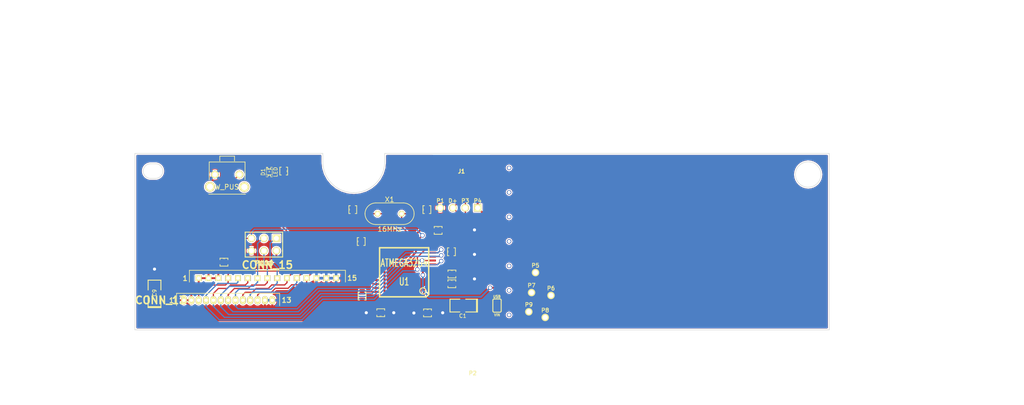
<source format=kicad_pcb>
(kicad_pcb (version 3) (host pcbnew "(2013-mar-13)-testing")
  (layers (15 F.Cu signal) (0 B.Cu signal) (20 B.SilkS user) (21 F.SilkS user) (22 B.Mask user) (23 F.Mask user) (28 Edge.Cuts user))
  (net 0 "")
  (net 1 +5V)
  (net 2 /AREF)
  (net 3 /D+)
  (net 4 /D-)
  (net 5 /PB0)
  (net 6 /PB1)
  (net 7 /PB2)
  (net 8 /PB3)
  (net 9 /PB4)
  (net 10 /PB5)
  (net 11 /PB6)
  (net 12 /PB7)
  (net 13 /PC6)
  (net 14 /PC7)
  (net 15 /PD0)
  (net 16 /PD1)
  (net 17 /PD2)
  (net 18 /PD3)
  (net 19 /PD4)
  (net 20 /PD5)
  (net 21 /PD6)
  (net 22 /PD7)
  (net 23 /PE6)
  (net 24 /PF0)
  (net 25 /PF1)
  (net 26 /PF4)
  (net 27 /PF5)
  (net 28 /PF6)
  (net 29 /PF7)
  (net 30 /VIN)
  (net 31 /~RESET)
  (net 32 GND)
  (net 33 N-0000024)
  (net 34 N-0000025)
  (net 35 N-0000038)
  (net 36 N-0000039)
  (net 37 N-000004)
  (net 38 N-000005)
  (net 39 N-000006)
  (module R_1608 (layer F.Cu) (at 176.086 128.397)
    (fp_text reference R1 (at 0 -0.7) (layer F.SilkS) (effects (font (size 0.20066 0.20066) (thickness 0.04064))))
    (fp_text value 22 hide)
    (pad 2 smd rect (at 0.85 0) (size 1.1 1.1) (layers F.Cu F.Mask) (net 4 /D-) (clearance 0.15))
    (pad 1 smd rect (at -0.85 0) (size 1.1 1.1) (layers F.Cu F.Mask) (net 38 N-000005) (clearance 0.15))
  )
  (module TQFP44 (layer F.Cu) (at 166.37 126.048 180)
    (fp_text reference U1 (at 0 -1.905 180) (layer F.SilkS) (effects (font (size 1.524 1.016) (thickness 0.2032))))
    (fp_text value ATMEGA32U4 (at 0 1.905 180) (layer F.SilkS) (effects (font (size 1.524 1.016) (thickness 0.2032))))
    (pad 39 smd rect (at 0 -5.715 180) (size 0.4064 1.524) (layers F.Cu F.Mask) (net 26 /PF4))
    (pad 40 smd rect (at -0.8001 -5.715 180) (size 0.4064 1.524) (layers F.Cu F.Mask) (net 25 /PF1))
    (pad 41 smd rect (at -1.6002 -5.715 180) (size 0.4064 1.524) (layers F.Cu F.Mask) (net 24 /PF0))
    (pad 42 smd rect (at -2.4003 -5.715 180) (size 0.4064 1.524) (layers F.Cu F.Mask) (net 2 /AREF))
    (pad 43 smd rect (at -3.2004 -5.715 180) (size 0.4064 1.524) (layers F.Cu F.Mask) (net 32 GND))
    (pad 44 smd rect (at -4.0005 -5.715 180) (size 0.4064 1.524) (layers F.Cu F.Mask) (net 1 +5V))
    (pad 38 smd rect (at 0.8001 -5.715 180) (size 0.4064 1.524) (layers F.Cu F.Mask) (net 27 /PF5))
    (pad 37 smd rect (at 1.6002 -5.715 180) (size 0.4064 1.524) (layers F.Cu F.Mask) (net 28 /PF6))
    (pad 36 smd rect (at 2.4003 -5.715 180) (size 0.4064 1.524) (layers F.Cu F.Mask) (net 29 /PF7))
    (pad 35 smd rect (at 3.2004 -5.715 180) (size 0.4064 1.524) (layers F.Cu F.Mask) (net 32 GND))
    (pad 34 smd rect (at 4.0005 -5.715 180) (size 0.4064 1.524) (layers F.Cu F.Mask) (net 1 +5V))
    (pad 17 smd rect (at 0 5.715 180) (size 0.4064 1.524) (layers F.Cu F.Mask) (net 35 N-0000038))
    (pad 16 smd rect (at -0.8001 5.715 180) (size 0.4064 1.524) (layers F.Cu F.Mask) (net 36 N-0000039))
    (pad 15 smd rect (at -1.6002 5.715 180) (size 0.4064 1.524) (layers F.Cu F.Mask) (net 32 GND))
    (pad 14 smd rect (at -2.4003 5.715 180) (size 0.4064 1.524) (layers F.Cu F.Mask) (net 1 +5V))
    (pad 13 smd rect (at -3.2004 5.715 180) (size 0.4064 1.524) (layers F.Cu F.Mask) (net 31 /~RESET))
    (pad 12 smd rect (at -4.0005 5.715 180) (size 0.4064 1.524) (layers F.Cu F.Mask) (net 12 /PB7))
    (pad 18 smd rect (at 0.8001 5.715 180) (size 0.4064 1.524) (layers F.Cu F.Mask) (net 15 /PD0))
    (pad 19 smd rect (at 1.6002 5.715 180) (size 0.4064 1.524) (layers F.Cu F.Mask) (net 16 /PD1))
    (pad 20 smd rect (at 2.4003 5.715 180) (size 0.4064 1.524) (layers F.Cu F.Mask) (net 17 /PD2))
    (pad 21 smd rect (at 3.2004 5.715 180) (size 0.4064 1.524) (layers F.Cu F.Mask) (net 18 /PD3))
    (pad 22 smd rect (at 4.0005 5.715 180) (size 0.4064 1.524) (layers F.Cu F.Mask) (net 20 /PD5))
    (pad 6 smd rect (at -5.715 0 180) (size 1.524 0.4064) (layers F.Cu F.Mask) (net 33 N-0000024))
    (pad 28 smd rect (at 5.715 0 180) (size 1.524 0.4064) (layers F.Cu F.Mask) (net 9 /PB4))
    (pad 7 smd rect (at -5.715 0.8001 180) (size 1.524 0.4064) (layers F.Cu F.Mask) (net 1 +5V))
    (pad 27 smd rect (at 5.715 0.8001 180) (size 1.524 0.4064) (layers F.Cu F.Mask) (net 22 /PD7))
    (pad 26 smd rect (at 5.715 1.6002 180) (size 1.524 0.4064) (layers F.Cu F.Mask) (net 21 /PD6))
    (pad 8 smd rect (at -5.715 1.6002 180) (size 1.524 0.4064) (layers F.Cu F.Mask) (net 5 /PB0))
    (pad 9 smd rect (at -5.715 2.4003 180) (size 1.524 0.4064) (layers F.Cu F.Mask) (net 6 /PB1))
    (pad 25 smd rect (at 5.715 2.4003 180) (size 1.524 0.4064) (layers F.Cu F.Mask) (net 19 /PD4))
    (pad 24 smd rect (at 5.715 3.2004 180) (size 1.524 0.4064) (layers F.Cu F.Mask) (net 1 +5V))
    (pad 10 smd rect (at -5.715 3.2004 180) (size 1.524 0.4064) (layers F.Cu F.Mask) (net 7 /PB2))
    (pad 11 smd rect (at -5.715 4.0005 180) (size 1.524 0.4064) (layers F.Cu F.Mask) (net 8 /PB3))
    (pad 23 smd rect (at 5.715 4.0005 180) (size 1.524 0.4064) (layers F.Cu F.Mask) (net 32 GND))
    (pad 29 smd rect (at 5.715 -0.8001 180) (size 1.524 0.4064) (layers F.Cu F.Mask) (net 10 /PB5))
    (pad 5 smd rect (at -5.715 -0.8001 180) (size 1.524 0.4064) (layers F.Cu F.Mask) (net 32 GND))
    (pad 4 smd rect (at -5.715 -1.6002 180) (size 1.524 0.4064) (layers F.Cu F.Mask) (net 37 N-000004))
    (pad 30 smd rect (at 5.715 -1.6002 180) (size 1.524 0.4064) (layers F.Cu F.Mask) (net 11 /PB6))
    (pad 31 smd rect (at 5.715 -2.4003 180) (size 1.524 0.4064) (layers F.Cu F.Mask) (net 13 /PC6))
    (pad 3 smd rect (at -5.715 -2.4003 180) (size 1.524 0.4064) (layers F.Cu F.Mask) (net 38 N-000005))
    (pad 2 smd rect (at -5.715 -3.2004 180) (size 1.524 0.4064) (layers F.Cu F.Mask) (net 1 +5V))
    (pad 32 smd rect (at 5.715 -3.2004 180) (size 1.524 0.4064) (layers F.Cu F.Mask) (net 14 /PC7))
    (pad 33 smd rect (at 5.715 -4.0005 180) (size 1.524 0.4064) (layers F.Cu F.Mask) (net 39 N-000006))
    (pad 1 smd rect (at -5.715 -4.0005 180) (size 1.524 0.4064) (layers F.Cu F.Mask) (net 23 /PE6))
  )
  (module LED-0805 (layer F.Cu) (at 138.9 105.6 90)
    (fp_text reference D1 (at 0 -1.27 90) (layer F.SilkS) (effects (font (size 0.762 0.762) (thickness 0.127))))
    (fp_text value LED (at 0 1.27 90) (layer F.SilkS) (effects (font (size 0.762 0.762) (thickness 0.127))))
    (pad 1 smd rect (at -1.04902 0 90) (size 1.19888 1.19888) (layers F.Cu F.Mask) (net 21 /PD6))
    (pad 2 smd rect (at 1.04902 0 90) (size 1.19888 1.19888) (layers F.Cu F.Mask) (net 34 N-0000025))
  )
  (module SW_TACT_TH_HORIZ_LOW (layer F.Cu) (at 130.3 106.1 180)
    (fp_text reference SW1 hide)
    (fp_text value SW_PUSH (at 0 -2.55 180) (layer F.SilkS))
    (pad 1 thru_hole circle (at 2.5 0 180) (size 1.6 1.6) (drill 1) (layers *.Cu *.Mask F.SilkS) (net 32 GND))
    (pad 2 thru_hole circle (at -2.5 0 180) (size 1.6 1.6) (drill 1) (layers *.Cu *.Mask F.SilkS) (net 31 /~RESET))
    (pad 3 thru_hole circle (at 3.5 -2.5 180) (size 2 2) (drill 1.3) (layers *.Cu *.Mask F.SilkS))
    (pad 4 thru_hole circle (at -3.5 -2.55 180) (size 2 2) (drill 1.3) (layers *.Cu *.Mask F.SilkS))
  )
  (module HHKB_PRO2_ZH13_TH (layer F.Cu) (at 130.5 131.75 180)
    (fp_text reference CN2 hide)
    (fp_text value CONN_13 (at 13.75 0 180) (layer F.SilkS) (effects (font (thickness 0.3048))))
    (pad 1 thru_hole oval (at 9 0 180) (size 1.2 1.7) (drill 0.7) (layers *.Cu *.Mask F.SilkS) (net 1 +5V))
    (pad 2 thru_hole oval (at 7.5 0 180) (size 1.2 1.7) (drill 0.7) (layers *.Cu *.Mask F.SilkS) (net 1 +5V))
    (pad 3 thru_hole oval (at 6 0 180) (size 1.2 1.7) (drill 0.7) (layers *.Cu *.Mask F.SilkS) (net 22 /PD7))
    (pad 4 thru_hole oval (at 4.5 0 180) (size 1.2 1.7) (drill 0.7) (layers *.Cu *.Mask F.SilkS) (net 12 /PB7))
    (pad 5 thru_hole oval (at 3 0 180) (size 1.2 1.7) (drill 0.7) (layers *.Cu *.Mask F.SilkS) (net 5 /PB0))
    (pad 6 thru_hole oval (at 1.5 0 180) (size 1.2 1.7) (drill 0.7) (layers *.Cu *.Mask F.SilkS) (net 6 /PB1))
    (pad 7 thru_hole oval (at 0 0 180) (size 1.2 1.7) (drill 0.7) (layers *.Cu *.Mask F.SilkS) (net 7 /PB2))
    (pad 8 thru_hole oval (at -1.5 0 180) (size 1.2 1.7) (drill 0.7) (layers *.Cu *.Mask F.SilkS) (net 8 /PB3))
    (pad 9 thru_hole oval (at -3 0 180) (size 1.2 1.7) (drill 0.7) (layers *.Cu *.Mask F.SilkS) (net 9 /PB4))
    (pad 10 thru_hole oval (at -4.5 0 180) (size 1.2 1.7) (drill 0.7) (layers *.Cu *.Mask F.SilkS) (net 10 /PB5))
    (pad 11 thru_hole oval (at -6 0 180) (size 1.2 1.7) (drill 0.7) (layers *.Cu *.Mask F.SilkS) (net 11 /PB6))
    (pad 12 thru_hole oval (at -7.5 0 180) (size 1.2 1.7) (drill 0.7) (layers *.Cu *.Mask F.SilkS) (net 32 GND))
    (pad 13 thru_hole oval (at -9 0 180) (size 1.2 1.7) (drill 0.7) (layers *.Cu *.Mask F.SilkS) (net 32 GND))
  )
  (module HHKB_PRO_PH15 (layer F.Cu) (at 138.5 127.25)
    (fp_text reference CN1 hide)
    (fp_text value CONN_15 (at 0 -2.7) (layer F.SilkS) (effects (font (thickness 0.3048))))
    (pad 1 thru_hole rect (at -14 0 180) (size 1.2 1.2) (drill 0.70104) (layers *.Cu *.Mask F.SilkS) (net 1 +5V))
    (pad 2 thru_hole rect (at -12 0 180) (size 1.2 1.2) (drill 0.70104) (layers *.Cu *.Mask F.SilkS) (net 1 +5V))
    (pad 3 thru_hole rect (at -10 0 180) (size 1.2 1.2) (drill 0.70104) (layers *.Cu *.Mask F.SilkS) (net 1 +5V))
    (pad 4 thru_hole rect (at -8 0 180) (size 1.2 1.2) (drill 0.70104) (layers *.Cu *.Mask F.SilkS) (net 22 /PD7))
    (pad 5 thru_hole rect (at -6 0 180) (size 1.2 1.2) (drill 0.70104) (layers *.Cu *.Mask F.SilkS) (net 12 /PB7))
    (pad 6 thru_hole rect (at -4 0 180) (size 1.2 1.2) (drill 0.70104) (layers *.Cu *.Mask F.SilkS) (net 5 /PB0))
    (pad 7 thru_hole rect (at -2 0 180) (size 1.2 1.2) (drill 0.70104) (layers *.Cu *.Mask F.SilkS) (net 6 /PB1))
    (pad 8 thru_hole rect (at 0 0 180) (size 1.2 1.2) (drill 0.70104) (layers *.Cu *.Mask F.SilkS) (net 7 /PB2))
    (pad 9 thru_hole rect (at 2 0 180) (size 1.2 1.2) (drill 0.70104) (layers *.Cu *.Mask F.SilkS) (net 8 /PB3))
    (pad 10 thru_hole rect (at 4 0 180) (size 1.2 1.2) (drill 0.70104) (layers *.Cu *.Mask F.SilkS) (net 9 /PB4))
    (pad 11 thru_hole rect (at 6 0 180) (size 1.2 1.2) (drill 0.70104) (layers *.Cu *.Mask F.SilkS) (net 10 /PB5))
    (pad 12 thru_hole rect (at 8 0 180) (size 1.2 1.2) (drill 0.70104) (layers *.Cu *.Mask F.SilkS) (net 11 /PB6))
    (pad 13 thru_hole rect (at 10 0 180) (size 1.2 1.2) (drill 0.70104) (layers *.Cu *.Mask F.SilkS) (net 32 GND))
    (pad 14 thru_hole rect (at 12 0 180) (size 1.2 1.2) (drill 0.70104) (layers *.Cu *.Mask F.SilkS) (net 32 GND))
    (pad 15 thru_hole rect (at 14 0 180) (size 1.2 1.2) (drill 0.70104) (layers *.Cu *.Mask F.SilkS) (net 32 GND))
  )
  (module XTAL_HC_49_TH (layer F.Cu) (at 163.4 114.1)
    (fp_text reference X1 (at 0 -2.9) (layer F.SilkS))
    (fp_text value 16MHz (at 0 3.15) (layer F.SilkS))
    (pad 1 thru_hole circle (at 2.45 0 180) (size 1.2 1.2) (drill 0.7) (layers *.Cu *.Mask F.SilkS) (net 36 N-0000039))
    (pad 2 thru_hole circle (at -2.45 0 180) (size 1.2 1.2) (drill 0.7) (layers *.Cu *.Mask F.SilkS) (net 35 N-0000038))
  )
  (module PIN_1 (layer F.Cu) (at 176.292 112.903)
    (fp_text reference D+ (at 0 -1.45) (layer F.SilkS) (effects (font (size 0.8128 0.8128) (thickness 0.1524))))
    (fp_text value CONN_1 hide)
    (pad 1 thru_hole circle (at 0 0) (size 1.524 1.524) (drill 1.016) (layers *.Cu *.Mask F.SilkS) (net 3 /D+))
  )
  (module USB_miniB_hirose_new (layer F.Cu) (at 178.05 107.9 180)
    (fp_text reference J1 (at 0 2.45 180) (layer F.SilkS) (effects (font (size 0.8128 0.8128) (thickness 0.2032))))
    (fp_text value USB_B hide)
    (pad 1 smd rect (at -1.6 0 180) (size 0.5 1.8) (layers F.Cu F.Mask) (net 1 +5V))
    (pad 2 smd rect (at -0.8 0 180) (size 0.5 1.8) (layers F.Cu F.Mask) (net 4 /D-))
    (pad 3 smd rect (at 0 0 180) (size 0.5 1.8) (layers F.Cu F.Mask) (net 3 /D+))
    (pad 4 smd rect (at 0.8 0 180) (size 0.5 1.8) (layers F.Cu F.Mask))
    (pad 5 smd rect (at 1.6 0 180) (size 0.5 1.8) (layers F.Cu F.Mask) (net 32 GND))
    (pad 6 smd rect (at -4.2 2.4 180) (size 2.5 4.2) (layers F.Cu F.Mask))
    (pad 7 smd rect (at 4.2 2.4 180) (size 2.5 4.2) (layers F.Cu F.Mask))
  )
  (module SM_3216_POL (layer F.Cu) (at 115.5 130.25 90)
    (fp_text reference C9 (at 0 0 90) (layer F.SilkS) (effects (font (size 0.762 0.762) (thickness 0.127))))
    (fp_text value 10u hide)
    (pad 1 smd rect (at -1.5 0 90) (size 1.8 2) (layers F.Cu F.Mask) (net 1 +5V))
    (pad 2 smd rect (at 1.5 0 90) (size 1.8 2) (layers F.Cu F.Mask) (net 32 GND))
  )
  (module PIN_1 (layer F.Cu) (at 180.34 148.082)
    (fp_text reference P2 (at 0 -1.45) (layer F.SilkS) (effects (font (size 0.8128 0.8128) (thickness 0.1524))))
    (fp_text value CONN_1 hide)
  )
  (module PIN_1_SQUARE (layer F.Cu) (at 181.356 112.903)
    (fp_text reference P4 (at 0 -1.45) (layer F.SilkS) (effects (font (size 0.8128 0.8128) (thickness 0.1524))))
    (fp_text value CONN_1 hide)
    (pad 1 thru_hole rect (at 0 0) (size 1.524 1.524) (drill 1.016) (layers *.Cu *.Mask F.SilkS) (net 1 +5V))
  )
  (module pin_array_3x2 (layer F.Cu) (at 137.795 120.396 180)
    (fp_text reference P100 (at 0 -3.81 180) (layer F.SilkS) (effects (font (size 1.016 1.016) (thickness 0.2032))))
    (fp_text value CONN_3X2 hide)
    (pad 1 thru_hole rect (at -2.54 1.27 180) (size 1.524 1.524) (drill 1.016) (layers *.Cu *.Mask F.SilkS) (net 8 /PB3))
    (pad 2 thru_hole circle (at -2.54 -1.27 180) (size 1.524 1.524) (drill 1.016) (layers *.Cu *.Mask F.SilkS) (net 1 +5V))
    (pad 3 thru_hole circle (at 0 1.27 180) (size 1.524 1.524) (drill 1.016) (layers *.Cu *.Mask F.SilkS) (net 6 /PB1))
    (pad 4 thru_hole circle (at 0 -1.27 180) (size 1.524 1.524) (drill 1.016) (layers *.Cu *.Mask F.SilkS) (net 7 /PB2))
    (pad 5 thru_hole circle (at 2.54 1.27 180) (size 1.524 1.524) (drill 1.016) (layers *.Cu *.Mask F.SilkS) (net 31 /~RESET))
    (pad 6 thru_hole circle (at 2.54 -1.27 180) (size 1.524 1.524) (drill 1.016) (layers *.Cu *.Mask F.SilkS) (net 32 GND))
  )
  (module PIN_1 (layer F.Cu) (at 173.736 112.903)
    (fp_text reference P1 (at 0 -1.45) (layer F.SilkS) (effects (font (size 0.8128 0.8128) (thickness 0.1524))))
    (fp_text value CONN_1 hide)
    (pad 1 thru_hole circle (at 0 0) (size 1.524 1.524) (drill 1.016) (layers *.Cu *.Mask F.SilkS) (net 32 GND))
  )
  (module PIN_1 (layer F.Cu) (at 178.816 112.903)
    (fp_text reference P3 (at 0 -1.45) (layer F.SilkS) (effects (font (size 0.8128 0.8128) (thickness 0.1524))))
    (fp_text value CONN_1 hide)
    (pad 1 thru_hole circle (at 0 0) (size 1.524 1.524) (drill 1.016) (layers *.Cu *.Mask F.SilkS) (net 4 /D-))
  )
  (module SOLDER_JUMPER_3 (layer F.Cu) (at 185.293 132.842 270)
    (fp_text reference JP1 hide)
    (fp_text value JUMPER3 hide)
    (pad 2 smd rect (at 0 0 270) (size 0.6 1.2) (layers F.Cu F.Mask) (net 1 +5V) (clearance 0.1))
    (pad 3 smd rect (at 0.8 0 270) (size 0.6 1.2) (layers F.Cu F.Mask) (net 30 /VIN) (clearance 0.1))
    (pad 1 smd rect (at -0.8 0 270) (size 0.6 1.2) (layers F.Cu F.Mask) (net 1 +5V) (clearance 0.1))
  )
  (module SM_3216_POL (layer F.Cu) (at 178.308 132.842 180)
    (fp_text reference C1 (at 0 -2.1 180) (layer F.SilkS) (effects (font (size 0.762 0.762) (thickness 0.127))))
    (fp_text value 10u hide)
    (pad 1 smd rect (at -1.5 0 180) (size 1.8 2) (layers F.Cu F.Mask) (net 1 +5V))
    (pad 2 smd rect (at 1.5 0 180) (size 1.8 2) (layers F.Cu F.Mask) (net 32 GND))
  )
  (module R_1608 (layer F.Cu) (at 176.1 126.4)
    (fp_text reference R2 (at 0 -0.7) (layer F.SilkS) (effects (font (size 0.20066 0.20066) (thickness 0.04064))))
    (fp_text value 22 hide)
    (pad 2 smd rect (at 0.85 0) (size 1.1 1.1) (layers F.Cu F.Mask) (net 3 /D+) (clearance 0.2))
    (pad 1 smd rect (at -0.85 0) (size 1.1 1.1) (layers F.Cu F.Mask) (net 37 N-000004))
  )
  (module R_1608 (layer F.Cu) (at 157.8 130.9 90)
    (fp_text reference R4 (at 0 -0.7 90) (layer F.SilkS) (effects (font (size 0.20066 0.20066) (thickness 0.04064))))
    (fp_text value 1k hide)
    (pad 2 smd rect (at 0.85 0 90) (size 1.1 1.1) (layers F.Cu F.Mask) (net 39 N-000006))
    (pad 1 smd rect (at -0.85 0 90) (size 1.1 1.1) (layers F.Cu F.Mask) (net 32 GND))
  )
  (module R_1608 (layer F.Cu) (at 141.83 105.4 270)
    (fp_text reference R5 (at 0 -0.7 270) (layer F.SilkS) (effects (font (size 0.20066 0.20066) (thickness 0.04064))))
    (fp_text value 1K hide)
    (pad 2 smd rect (at 0.85 0 270) (size 1.1 1.1) (layers F.Cu F.Mask) (net 32 GND))
    (pad 1 smd rect (at -0.85 0 270) (size 1.1 1.1) (layers F.Cu F.Mask) (net 34 N-0000025))
  )
  (module R_1608 (layer F.Cu) (at 129.65 123.98)
    (fp_text reference R3 (at 0 -0.7) (layer F.SilkS) (effects (font (size 0.20066 0.20066) (thickness 0.04064))))
    (fp_text value 1K hide)
    (pad 2 smd rect (at 0.85 0) (size 1.1 1.1) (layers F.Cu F.Mask) (net 22 /PD7))
    (pad 1 smd rect (at -0.85 0) (size 1.1 1.1) (layers F.Cu F.Mask) (net 1 +5V))
  )
  (module C_1608 (layer F.Cu) (at 173.3 117.5)
    (fp_text reference C2 (at 0 -0.7) (layer F.SilkS) (effects (font (size 0.20066 0.20066) (thickness 0.04064))))
    (fp_text value 0.1u hide)
    (pad 2 smd rect (at 0.85 0) (size 1.1 1.1) (layers F.Cu F.Mask) (net 32 GND))
    (pad 1 smd rect (at -0.85 0) (size 1.1 1.1) (layers F.Cu F.Mask) (net 1 +5V))
  )
  (module C_1608 (layer F.Cu) (at 176 121.86 90)
    (fp_text reference C3 (at 0 -0.7 90) (layer F.SilkS) (effects (font (size 0.20066 0.20066) (thickness 0.04064))))
    (fp_text value 1u hide)
    (pad 2 smd rect (at 0.85 0 90) (size 1.1 1.1) (layers F.Cu F.Mask) (net 32 GND))
    (pad 1 smd rect (at -0.85 0 90) (size 1.1 1.1) (layers F.Cu F.Mask) (net 33 N-0000024))
  )
  (module C_1608 (layer F.Cu) (at 171 113.26 90)
    (fp_text reference C4 (at 0 -0.7 90) (layer F.SilkS) (effects (font (size 0.20066 0.20066) (thickness 0.04064))))
    (fp_text value 22p hide)
    (pad 2 smd rect (at 0.85 0 90) (size 1.1 1.1) (layers F.Cu F.Mask) (net 32 GND))
    (pad 1 smd rect (at -0.85 0 90) (size 1.1 1.1) (layers F.Cu F.Mask) (net 36 N-0000039))
  )
  (module C_1608 (layer F.Cu) (at 155.9 113.26 90)
    (fp_text reference C5 (at 0 -0.7 90) (layer F.SilkS) (effects (font (size 0.20066 0.20066) (thickness 0.04064))))
    (fp_text value 22p hide)
    (pad 2 smd rect (at 0.85 0 90) (size 1.1 1.1) (layers F.Cu F.Mask) (net 32 GND))
    (pad 1 smd rect (at -0.85 0 90) (size 1.1 1.1) (layers F.Cu F.Mask) (net 35 N-0000038))
  )
  (module C_1608 (layer F.Cu) (at 157.62 119.77 90)
    (fp_text reference C6 (at 0 -0.7 90) (layer F.SilkS) (effects (font (size 0.20066 0.20066) (thickness 0.04064))))
    (fp_text value 0.1u hide)
    (pad 2 smd rect (at 0.85 0 90) (size 1.1 1.1) (layers F.Cu F.Mask) (net 32 GND))
    (pad 1 smd rect (at -0.85 0 90) (size 1.1 1.1) (layers F.Cu F.Mask) (net 1 +5V))
  )
  (module C_1608 (layer F.Cu) (at 161.6 134.3 180)
    (fp_text reference C7 (at 0 -0.7 180) (layer F.SilkS) (effects (font (size 0.20066 0.20066) (thickness 0.04064))))
    (fp_text value 0.1u hide)
    (pad 2 smd rect (at 0.85 0 180) (size 1.1 1.1) (layers F.Cu F.Mask) (net 32 GND))
    (pad 1 smd rect (at -0.85 0 180) (size 1.1 1.1) (layers F.Cu F.Mask) (net 1 +5V))
  )
  (module C_1608 (layer F.Cu) (at 171.13 134.33)
    (fp_text reference C8 (at 0 -0.7) (layer F.SilkS) (effects (font (size 0.20066 0.20066) (thickness 0.04064))))
    (fp_text value 0.1u hide)
    (pad 2 smd rect (at 0.85 0) (size 1.1 1.1) (layers F.Cu F.Mask) (net 32 GND))
    (pad 1 smd rect (at -0.85 0) (size 1.1 1.1) (layers F.Cu F.Mask) (net 1 +5V))
  )
  (module PIN_1 (layer F.Cu) (at 193.13 126.11)
    (fp_text reference P5 (at 0 -1.45) (layer F.SilkS) (effects (font (size 0.8128 0.8128) (thickness 0.1524))))
    (fp_text value CONN_1 hide)
    (pad 1 thru_hole circle (at 0 0) (size 1.524 1.524) (drill 1.016) (layers *.Cu *.Mask F.SilkS) (net 1 +5V))
  )
  (module PIN_1 (layer F.Cu) (at 196.29 130.77)
    (fp_text reference P6 (at 0 -1.45) (layer F.SilkS) (effects (font (size 0.8128 0.8128) (thickness 0.1524))))
    (fp_text value CONN_1 hide)
    (pad 1 thru_hole circle (at 0 0) (size 1.524 1.524) (drill 1.016) (layers *.Cu *.Mask F.SilkS) (net 30 /VIN))
  )
  (module PIN_1 (layer F.Cu) (at 192.33 130.19)
    (fp_text reference P7 (at 0 -1.45) (layer F.SilkS) (effects (font (size 0.8128 0.8128) (thickness 0.1524))))
    (fp_text value CONN_1 hide)
    (pad 1 thru_hole circle (at 0 0) (size 1.524 1.524) (drill 1.016) (layers *.Cu *.Mask F.SilkS) (net 17 /PD2))
  )
  (module PIN_1 (layer F.Cu) (at 195.11 135.26)
    (fp_text reference P8 (at 0 -1.45) (layer F.SilkS) (effects (font (size 0.8128 0.8128) (thickness 0.1524))))
    (fp_text value CONN_1 hide)
    (pad 1 thru_hole circle (at 0 0) (size 1.524 1.524) (drill 1.016) (layers *.Cu *.Mask F.SilkS) (net 18 /PD3))
  )
  (module PIN_1 (layer F.Cu) (at 191.77 134.11)
    (fp_text reference P9 (at 0 -1.45) (layer F.SilkS) (effects (font (size 0.8128 0.8128) (thickness 0.1524))))
    (fp_text value CONN_1 hide)
    (pad 1 thru_hole circle (at 0 0) (size 1.524 1.524) (drill 1.016) (layers *.Cu *.Mask F.SilkS) (net 32 GND))
  )
  (gr_text VIN (at 185.3 134.75) (layer F.SilkS) (effects (font (size 0.5 0.5) (thickness 0.125))))
  (gr_text USB (at 185.25 131) (layer F.SilkS) (effects (font (size 0.5 0.5) (thickness 0.125))))
  (gr_text 1 (at 121.74 127.28) (layer F.SilkS) (effects (font (size 1.016 1.016) (thickness 0.2032))))
  (gr_line (start 149.8 101.8) (end 149.8 103.5) (angle 90) (layer Edge.Cuts) (width 0.1))
  (gr_line (start 114.7 106.9) (end 115.7 106.9) (angle 90) (layer Edge.Cuts) (width 0.1))
  (gr_line (start 115.7 103.9) (end 114.7 103.9) (angle 90) (layer Edge.Cuts) (width 0.1))
  (gr_arc (start 115.7 105.4) (end 115.7 103.9) (angle 90) (layer Edge.Cuts) (width 0.1))
  (gr_arc (start 115.7 105.4) (end 117.2 105.4) (angle 90) (layer Edge.Cuts) (width 0.1))
  (gr_arc (start 114.7 105.4) (end 114.7 106.9) (angle 90) (layer Edge.Cuts) (width 0.1))
  (gr_arc (start 114.7 105.4) (end 113.2 105.4) (angle 90) (layer Edge.Cuts) (width 0.1))
  (gr_circle (center 248.7 106.1) (end 251.3 106.1) (layer Edge.Cuts) (width 0.1))
  (gr_text 15 (at 155.77 127.23) (layer F.SilkS) (effects (font (size 1.016 1.016) (thickness 0.2032))))
  (gr_text 13 (at 142.4 131.73) (layer F.SilkS) (effects (font (size 1.016 1.016) (thickness 0.2032))))
  (gr_text 1 (at 118.95 131.78) (layer F.SilkS) (effects (font (size 1.016 1.016) (thickness 0.2032))))
  (gr_line (start 162.4 103.5) (end 162.4 101.8) (angle 90) (layer Edge.Cuts) (width 0.1))
  (gr_arc (start 156.1 103.5) (end 156.1 109.8) (angle 90) (layer Edge.Cuts) (width 0.1))
  (gr_arc (start 156.1 103.5) (end 162.4 103.5) (angle 90) (layer Edge.Cuts) (width 0.1))
  (gr_line (start 162.4 101.8) (end 253 101.8) (angle 90) (layer Edge.Cuts) (width 0.1))
  (gr_line (start 111.5 101.8) (end 149.8 101.8) (angle 90) (layer Edge.Cuts) (width 0.1))
  (gr_line (start 111.5 137.8) (end 111.5 101.8) (angle 90) (layer Edge.Cuts) (width 0.1))
  (gr_line (start 253 137.8) (end 111.5 137.8) (angle 90) (layer Edge.Cuts) (width 0.1))
  (gr_line (start 253 101.8) (end 253 137.8) (angle 90) (layer Edge.Cuts) (width 0.1))
  (via (at 187.75 119.75) (size 0.889) (layers F.Cu B.Cu) (net 0))
  (via (at 187.75 114.75) (size 0.889) (layers F.Cu B.Cu) (net 0))
  (via (at 187.75 104.75) (size 0.889) (layers F.Cu B.Cu) (net 0))
  (via (at 187.75 134.75) (size 0.889) (layers F.Cu B.Cu) (net 0))
  (via (at 187.75 129.75) (size 0.889) (layers F.Cu B.Cu) (net 0))
  (via (at 187.75 124.75) (size 0.889) (layers F.Cu B.Cu) (net 0))
  (via (at 187.75 109.75) (size 0.889) (layers F.Cu B.Cu) (net 0))
  (segment (start 128.8 123.98) (end 128.8 125.67) (width 0.381) (layer F.Cu) (net 1))
  (segment (start 128.5 125.97) (end 128.5 127.25) (width 0.381) (layer F.Cu) (net 1))
  (segment (start 128.8 125.67) (end 128.5 125.97) (width 0.381) (layer F.Cu) (net 1))
  (segment (start 121.5 131.75) (end 115.5 131.75) (width 0.381) (layer F.Cu) (net 1))
  (segment (start 162.43 136.5) (end 162.43 134.368) (width 0.381) (layer F.Cu) (net 1))
  (segment (start 162.43 134.368) (end 162.362 134.3) (width 0.381) (layer F.Cu) (net 1))
  (segment (start 162.3695 131.763) (end 162.3695 134.2925) (width 0.381) (layer F.Cu) (net 1))
  (segment (start 162.3695 134.2925) (end 162.362 134.3) (width 0.381) (layer F.Cu) (net 1))
  (segment (start 181.864 131.064) (end 182.036 131.064) (width 0.381) (layer B.Cu) (net 1))
  (segment (start 170.18 125.857) (end 170.7891 125.2479) (width 0.381) (layer F.Cu) (net 1))
  (segment (start 170.18 126.619) (end 170.18 125.857) (width 0.381) (layer F.Cu) (net 1))
  (via (at 170.18 126.619) (size 0.889) (layers F.Cu B.Cu) (net 1))
  (segment (start 170.18 129.794) (end 170.18 126.619) (width 0.381) (layer B.Cu) (net 1))
  (segment (start 171.45 131.064) (end 170.18 129.794) (width 0.381) (layer B.Cu) (net 1))
  (segment (start 172.085 125.2479) (end 170.7891 125.2479) (width 0.381) (layer F.Cu) (net 1))
  (segment (start 181.864 131.064) (end 171.45 131.064) (width 0.381) (layer B.Cu) (net 1))
  (segment (start 183.9 129.2) (end 185.293 129.2) (width 0.381) (layer F.Cu) (net 1))
  (via (at 183.9 129.2) (size 0.889) (layers F.Cu B.Cu) (net 1))
  (segment (start 182.036 131.064) (end 183.9 129.2) (width 0.381) (layer B.Cu) (net 1))
  (segment (start 185.293 129.2) (end 185.3 129.2) (width 0.381) (layer F.Cu) (net 1))
  (segment (start 185.3 129.2) (end 185.293 129.2) (width 0.381) (layer F.Cu) (net 1))
  (segment (start 179.808 132.842) (end 185.293 132.842) (width 0.381) (layer F.Cu) (net 1))
  (segment (start 185.293 132.042) (end 185.293 132.842) (width 0.381) (layer F.Cu) (net 1))
  (segment (start 185.293 132.042) (end 185.293 129.2) (width 0.381) (layer F.Cu) (net 1))
  (segment (start 185.293 129.2) (end 185.293 116.84) (width 0.381) (layer F.Cu) (net 1))
  (segment (start 185.293 116.84) (end 181.356 112.903) (width 0.381) (layer F.Cu) (net 1))
  (segment (start 170.368 136.5) (end 178.587 136.5) (width 0.381) (layer F.Cu) (net 1))
  (segment (start 178.587 136.5) (end 179.808 135.279) (width 0.381) (layer F.Cu) (net 1))
  (segment (start 179.808 135.279) (end 179.808 132.842) (width 0.381) (layer F.Cu) (net 1))
  (segment (start 170.3705 131.763) (end 170.3705 129.6035) (width 0.381) (layer F.Cu) (net 1))
  (segment (start 170.7256 129.2484) (end 172.085 129.2484) (width 0.381) (layer F.Cu) (net 1))
  (segment (start 170.3705 129.6035) (end 170.7256 129.2484) (width 0.381) (layer F.Cu) (net 1))
  (segment (start 140.335 121.666) (end 140.335 123.063) (width 0.381) (layer F.Cu) (net 1))
  (segment (start 126.5 123.309) (end 126.5 127.25) (width 0.381) (layer F.Cu) (net 1))
  (segment (start 127.635 122.174) (end 126.5 123.309) (width 0.381) (layer F.Cu) (net 1))
  (segment (start 131.699 122.174) (end 127.635 122.174) (width 0.381) (layer F.Cu) (net 1))
  (segment (start 133.731 124.206) (end 131.699 122.174) (width 0.381) (layer F.Cu) (net 1))
  (segment (start 139.192 124.206) (end 133.731 124.206) (width 0.381) (layer F.Cu) (net 1))
  (segment (start 140.335 123.063) (end 139.192 124.206) (width 0.381) (layer F.Cu) (net 1))
  (segment (start 160.655 122.8476) (end 158.2976 122.8476) (width 0.381) (layer F.Cu) (net 1))
  (segment (start 157.62 122.17) (end 157.62 120.532) (width 0.381) (layer F.Cu) (net 1))
  (segment (start 158.2976 122.8476) (end 157.62 122.17) (width 0.381) (layer F.Cu) (net 1))
  (segment (start 170.368 134.33) (end 170.368 136.5) (width 0.381) (layer F.Cu) (net 1))
  (segment (start 170.368 136.5) (end 170.37 136.5) (width 0.381) (layer F.Cu) (net 1))
  (segment (start 162.43 136.5) (end 170.37 136.5) (width 0.381) (layer F.Cu) (net 1))
  (segment (start 126.25 136.5) (end 121.5 131.75) (width 0.381) (layer F.Cu) (net 1))
  (segment (start 124.5 127.25) (end 124.5 128.29) (width 0.381) (layer F.Cu) (net 1))
  (segment (start 123 129.79) (end 123 131.75) (width 0.381) (layer F.Cu) (net 1))
  (segment (start 124.5 128.29) (end 123 129.79) (width 0.381) (layer F.Cu) (net 1))
  (segment (start 170.3705 131.763) (end 170.3705 134.3275) (width 0.381) (layer F.Cu) (net 1))
  (segment (start 170.3705 134.3275) (end 170.368 134.33) (width 0.381) (layer F.Cu) (net 1))
  (segment (start 124.5 127.25) (end 126.5 127.25) (width 0.381) (layer F.Cu) (net 1))
  (segment (start 126.5 127.25) (end 128.5 127.25) (width 0.381) (layer F.Cu) (net 1))
  (segment (start 121.5 131.75) (end 123 131.75) (width 0.381) (layer F.Cu) (net 1))
  (segment (start 160.655 122.847) (end 160.655 122.8476) (width 0.381) (layer F.Cu) (net 1))
  (segment (start 168.7703 120.333) (end 168.7703 120.9364) (width 0.381) (layer F.Cu) (net 1))
  (segment (start 168.77 120.9361) (end 168.77 120.332) (width 0.381) (layer F.Cu) (net 1))
  (segment (start 168.7703 120.9364) (end 168.77 120.9361) (width 0.381) (layer F.Cu) (net 1))
  (segment (start 168.77 118.33) (end 168.77 120.332) (width 0.381) (layer F.Cu) (net 1))
  (segment (start 169.6 117.5) (end 168.77 118.33) (width 0.381) (layer F.Cu) (net 1))
  (segment (start 172.538 117.5) (end 169.6 117.5) (width 0.381) (layer F.Cu) (net 1))
  (segment (start 162.3695 131.763) (end 162.3695 131.1596) (width 0.381) (layer F.Cu) (net 1))
  (segment (start 162.37 131.1601) (end 162.37 131.762) (width 0.381) (layer F.Cu) (net 1))
  (segment (start 162.3695 131.1596) (end 162.37 131.1601) (width 0.381) (layer F.Cu) (net 1))
  (segment (start 162.3695 131.1596) (end 162.3695 123.7313) (width 0.381) (layer F.Cu) (net 1))
  (segment (start 161.8618 123.2236) (end 161.8618 122.8476) (width 0.381) (layer F.Cu) (net 1))
  (segment (start 162.3695 123.7313) (end 161.8618 123.2236) (width 0.381) (layer F.Cu) (net 1))
  (segment (start 160.655 122.8476) (end 161.8618 122.8476) (width 0.381) (layer F.Cu) (net 1))
  (segment (start 167.0468 123.7313) (end 162.3695 123.7313) (width 0.381) (layer F.Cu) (net 1))
  (segment (start 167.0468 123.7023) (end 167.0468 123.7313) (width 0.381) (layer F.Cu) (net 1))
  (segment (start 168.7703 121.9788) (end 167.0468 123.7023) (width 0.381) (layer F.Cu) (net 1))
  (segment (start 168.7703 120.9364) (end 168.7703 121.9788) (width 0.381) (layer F.Cu) (net 1))
  (segment (start 179.65 107.9) (end 179.65 109.927) (width 0.381) (layer F.Cu) (net 1))
  (segment (start 181.356 111.633) (end 181.356 112.903) (width 0.381) (layer F.Cu) (net 1))
  (segment (start 179.65 109.927) (end 181.356 111.633) (width 0.381) (layer F.Cu) (net 1))
  (segment (start 146.36 136.5) (end 162.43 136.5) (width 0.381) (layer F.Cu) (net 1))
  (segment (start 146.37 136.5) (end 146.36 136.5) (width 0.381) (layer F.Cu) (net 1))
  (segment (start 146.36 136.5) (end 126.25 136.5) (width 0.381) (layer F.Cu) (net 1))
  (segment (start 176.862 126.4) (end 177.7 126.4) (width 0.254) (layer F.Cu) (net 3))
  (segment (start 178.05 114.661) (end 176.292 112.903) (width 0.254) (layer F.Cu) (net 3))
  (segment (start 178.05 126.05) (end 178.05 114.661) (width 0.254) (layer F.Cu) (net 3))
  (segment (start 177.7 126.4) (end 178.05 126.05) (width 0.254) (layer F.Cu) (net 3))
  (segment (start 178.05 107.9) (end 178.05 111.145) (width 0.254) (layer F.Cu) (net 3))
  (segment (start 178.05 111.145) (end 176.292 112.903) (width 0.254) (layer F.Cu) (net 3))
  (segment (start 178.85 112.9) (end 178.85 127.5) (width 0.254) (layer F.Cu) (net 4))
  (segment (start 177.953 128.397) (end 176.848 128.397) (width 0.254) (layer F.Cu) (net 4))
  (segment (start 178.85 127.5) (end 177.953 128.397) (width 0.254) (layer F.Cu) (net 4))
  (segment (start 178.85 107.9) (end 178.85 112.9) (width 0.254) (layer F.Cu) (net 4))
  (segment (start 172.085 124.4478) (end 173.1922 124.4478) (width 0.254) (layer F.Cu) (net 5))
  (segment (start 166.51 124.52) (end 160.06 130.97) (width 0.254) (layer B.Cu) (net 5))
  (segment (start 149.73 130.97) (end 160.06 130.97) (width 0.254) (layer B.Cu) (net 5))
  (segment (start 149.55 130.97) (end 145.29 135.23) (width 0.254) (layer B.Cu) (net 5))
  (segment (start 145.29 135.23) (end 129.73 135.23) (width 0.254) (layer B.Cu) (net 5))
  (segment (start 129.73 135.23) (end 127.5 133) (width 0.254) (layer B.Cu) (net 5))
  (segment (start 127.5 133) (end 127.5 131.75) (width 0.254) (layer B.Cu) (net 5))
  (segment (start 149.73 130.97) (end 149.55 130.97) (width 0.254) (layer B.Cu) (net 5))
  (segment (start 173.16 124.52) (end 166.51 124.52) (width 0.254) (layer B.Cu) (net 5))
  (segment (start 173.92 123.76) (end 173.16 124.52) (width 0.254) (layer B.Cu) (net 5))
  (via (at 173.92 123.76) (size 0.889) (layers F.Cu B.Cu) (net 5))
  (segment (start 173.89 123.79) (end 173.92 123.76) (width 0.254) (layer F.Cu) (net 5))
  (segment (start 173.85 123.79) (end 173.89 123.79) (width 0.254) (layer F.Cu) (net 5))
  (segment (start 173.1922 124.4478) (end 173.85 123.79) (width 0.254) (layer F.Cu) (net 5))
  (segment (start 134.5 128.161) (end 134.5 127.25) (width 0.254) (layer F.Cu) (net 5))
  (segment (start 127.5 131.75) (end 127.5 130.361) (width 0.254) (layer F.Cu) (net 5))
  (segment (start 127.5 130.361) (end 128.521 129.34) (width 0.254) (layer F.Cu) (net 5))
  (segment (start 128.521 129.34) (end 130.299 129.34) (width 0.254) (layer F.Cu) (net 5))
  (segment (start 130.299 129.34) (end 130.991 128.648) (width 0.254) (layer F.Cu) (net 5))
  (segment (start 130.991 128.648) (end 134.014695 128.648) (width 0.254) (layer F.Cu) (net 5))
  (segment (start 134.014695 128.648) (end 134.5 128.161) (width 0.254) (layer F.Cu) (net 5))
  (segment (start 137.795 119.126) (end 137.541 119.126) (width 0.254) (layer B.Cu) (net 6))
  (segment (start 136.5 120.167) (end 136.5 127.25) (width 0.254) (layer B.Cu) (net 6))
  (segment (start 137.541 119.126) (end 136.5 120.167) (width 0.254) (layer B.Cu) (net 6))
  (segment (start 149.5 130.42) (end 149.33 130.42) (width 0.254) (layer B.Cu) (net 6))
  (segment (start 129 133.08) (end 129 131.75) (width 0.254) (layer B.Cu) (net 6))
  (segment (start 130.59 134.67) (end 129 133.08) (width 0.254) (layer B.Cu) (net 6))
  (segment (start 145.08 134.67) (end 130.59 134.67) (width 0.254) (layer B.Cu) (net 6))
  (segment (start 149.33 130.42) (end 145.08 134.67) (width 0.254) (layer B.Cu) (net 6))
  (segment (start 149.5 130.42) (end 159.82 130.42) (width 0.254) (layer B.Cu) (net 6))
  (segment (start 166.59 123.65) (end 159.82 130.42) (width 0.254) (layer B.Cu) (net 6))
  (segment (start 166.59 123.65) (end 170.03 123.65) (width 0.254) (layer B.Cu) (net 6))
  (segment (start 172.085 123.6477) (end 170.0323 123.6477) (width 0.254) (layer F.Cu) (net 6))
  (via (at 170.03 123.65) (size 0.889) (layers F.Cu B.Cu) (net 6))
  (segment (start 170.0323 123.6477) (end 170.03 123.65) (width 0.254) (layer F.Cu) (net 6))
  (segment (start 170.03 123.65) (end 166.59 123.65) (width 0.254) (layer B.Cu) (net 6))
  (segment (start 136.5 128.067) (end 136.5 127.25) (width 0.254) (layer B.Cu) (net 6))
  (segment (start 129 131.75) (end 129 130.658) (width 0.254) (layer B.Cu) (net 6))
  (segment (start 129 130.658) (end 129.007 130.658) (width 0.254) (layer B.Cu) (net 6))
  (segment (start 129.007 130.658) (end 130.759 128.905) (width 0.254) (layer B.Cu) (net 6))
  (segment (start 130.759 128.905) (end 135.662 128.905) (width 0.254) (layer B.Cu) (net 6))
  (segment (start 135.662 128.905) (end 136.5 128.067) (width 0.254) (layer B.Cu) (net 6))
  (segment (start 137.795 121.666) (end 137.795 124.206) (width 0.254) (layer B.Cu) (net 7))
  (segment (start 138.5 124.911) (end 138.5 127.25) (width 0.254) (layer B.Cu) (net 7))
  (segment (start 137.795 124.206) (end 138.5 124.911) (width 0.254) (layer B.Cu) (net 7))
  (segment (start 138.5 128.124) (end 138.5 127.25) (width 0.254) (layer F.Cu) (net 7))
  (segment (start 130.5 131.75) (end 130.5 130.637) (width 0.254) (layer F.Cu) (net 7))
  (segment (start 130.5 130.637) (end 131.776927 129.361) (width 0.254) (layer F.Cu) (net 7))
  (segment (start 131.776927 129.361) (end 134.596 129.361) (width 0.254) (layer F.Cu) (net 7))
  (segment (start 134.596 129.361) (end 135.309 128.648) (width 0.254) (layer F.Cu) (net 7))
  (segment (start 135.309 128.648) (end 137.976 128.648) (width 0.254) (layer F.Cu) (net 7))
  (segment (start 137.976 128.648) (end 138.5 128.124) (width 0.254) (layer F.Cu) (net 7))
  (segment (start 144.81 134.09) (end 131.47 134.09) (width 0.254) (layer B.Cu) (net 7))
  (segment (start 172.085 122.8476) (end 173.6724 122.8476) (width 0.254) (layer F.Cu) (net 7))
  (via (at 173.92 122.6) (size 0.889) (layers F.Cu B.Cu) (net 7))
  (segment (start 173.6724 122.8476) (end 173.92 122.6) (width 0.254) (layer F.Cu) (net 7))
  (segment (start 172.94 122.79) (end 173.73 122.79) (width 0.254) (layer B.Cu) (net 7))
  (segment (start 166.69 122.79) (end 159.64 129.84) (width 0.254) (layer B.Cu) (net 7))
  (segment (start 173.73 122.79) (end 173.92 122.6) (width 0.254) (layer B.Cu) (net 7))
  (segment (start 149.06 129.84) (end 159.64 129.84) (width 0.254) (layer B.Cu) (net 7))
  (segment (start 172.94 122.79) (end 166.69 122.79) (width 0.254) (layer B.Cu) (net 7))
  (segment (start 144.81 134.09) (end 149.06 129.84) (width 0.254) (layer B.Cu) (net 7))
  (segment (start 130.5 133.12) (end 130.5 131.75) (width 0.254) (layer B.Cu) (net 7))
  (segment (start 131.47 134.09) (end 130.5 133.12) (width 0.254) (layer B.Cu) (net 7))
  (segment (start 140.335 119.126) (end 140.081 119.126) (width 0.254) (layer B.Cu) (net 8))
  (segment (start 140.5 125.133) (end 140.5 127.25) (width 0.254) (layer B.Cu) (net 8))
  (segment (start 139.065 123.698) (end 140.5 125.133) (width 0.254) (layer B.Cu) (net 8))
  (segment (start 139.065 120.142) (end 139.065 123.698) (width 0.254) (layer B.Cu) (net 8))
  (segment (start 140.081 119.126) (end 139.065 120.142) (width 0.254) (layer B.Cu) (net 8))
  (segment (start 132 131.75) (end 132 130.21) (width 0.254) (layer B.Cu) (net 8))
  (segment (start 140.5 128.25) (end 140.5 127.25) (width 0.254) (layer B.Cu) (net 8))
  (segment (start 139.25 129.5) (end 140.5 128.25) (width 0.254) (layer B.Cu) (net 8))
  (segment (start 132.71 129.5) (end 139.25 129.5) (width 0.254) (layer B.Cu) (net 8))
  (segment (start 132 130.21) (end 132.71 129.5) (width 0.254) (layer B.Cu) (net 8))
  (segment (start 132 131.75) (end 132 132.97) (width 0.254) (layer B.Cu) (net 8))
  (segment (start 144.59 133.49) (end 148.77 129.31) (width 0.254) (layer B.Cu) (net 8))
  (segment (start 132.52 133.49) (end 144.59 133.49) (width 0.254) (layer B.Cu) (net 8))
  (segment (start 132 132.97) (end 132.52 133.49) (width 0.254) (layer B.Cu) (net 8))
  (segment (start 148.77 129.31) (end 159.451576 129.31) (width 0.254) (layer B.Cu) (net 8))
  (segment (start 173.92 121.421998) (end 173.261998 122.08) (width 0.254) (layer B.Cu) (net 8))
  (segment (start 173.261998 122.08) (end 166.681576 122.08) (width 0.254) (layer B.Cu) (net 8))
  (segment (start 166.681576 122.08) (end 159.451576 129.31) (width 0.254) (layer B.Cu) (net 8))
  (segment (start 172.085 122.0475) (end 173.2925 122.0475) (width 0.254) (layer F.Cu) (net 8))
  (via (at 173.92 121.42) (size 0.889) (layers F.Cu B.Cu) (net 8))
  (segment (start 173.2925 122.0475) (end 173.92 121.42) (width 0.254) (layer F.Cu) (net 8))
  (segment (start 173.92 121.42) (end 173.92 121.421998) (width 0.254) (layer B.Cu) (net 8))
  (segment (start 155.05 124.775) (end 156.325 126.05) (width 0.254) (layer F.Cu) (net 9))
  (segment (start 160.653 126.05) (end 160.655 126.048) (width 0.254) (layer F.Cu) (net 9))
  (segment (start 156.325 126.05) (end 160.653 126.05) (width 0.254) (layer F.Cu) (net 9))
  (segment (start 142.5 127.25) (end 142.525 127.25) (width 0.254) (layer F.Cu) (net 9))
  (segment (start 145 124.775) (end 155.05 124.775) (width 0.254) (layer F.Cu) (net 9))
  (segment (start 142.525 127.25) (end 145 124.775) (width 0.254) (layer F.Cu) (net 9))
  (segment (start 133.5 130.635) (end 133.5 131.75) (width 0.254) (layer F.Cu) (net 9))
  (segment (start 134.01 130.124) (end 133.5 130.635) (width 0.254) (layer F.Cu) (net 9))
  (segment (start 135.433 130.124) (end 134.01 130.124) (width 0.254) (layer F.Cu) (net 9))
  (segment (start 136.208 129.35) (end 135.433 130.124) (width 0.254) (layer F.Cu) (net 9))
  (segment (start 138.671 129.35) (end 136.208 129.35) (width 0.254) (layer F.Cu) (net 9))
  (segment (start 139.392217 128.628) (end 138.671 129.35) (width 0.254) (layer F.Cu) (net 9))
  (segment (start 142.021 128.628) (end 139.392217 128.628) (width 0.254) (layer F.Cu) (net 9))
  (segment (start 142.5 128.149) (end 142.021 128.628) (width 0.254) (layer F.Cu) (net 9))
  (segment (start 142.5 127.25) (end 142.5 128.149) (width 0.254) (layer F.Cu) (net 9))
  (segment (start 160.655 126.8481) (end 156.1981 126.8481) (width 0.254) (layer F.Cu) (net 10))
  (segment (start 146.35 125.4) (end 144.5 127.25) (width 0.254) (layer F.Cu) (net 10))
  (segment (start 154.75 125.4) (end 146.35 125.4) (width 0.254) (layer F.Cu) (net 10))
  (segment (start 156.1981 126.8481) (end 154.75 125.4) (width 0.254) (layer F.Cu) (net 10))
  (segment (start 144.5 128.169) (end 144.5 127.25) (width 0.254) (layer B.Cu) (net 10))
  (segment (start 142.569 130.1) (end 144.5 128.169) (width 0.254) (layer B.Cu) (net 10))
  (segment (start 135.482 130.1) (end 142.569 130.1) (width 0.254) (layer B.Cu) (net 10))
  (segment (start 135 130.582) (end 135.482 130.1) (width 0.254) (layer B.Cu) (net 10))
  (segment (start 135 131.75) (end 135 130.582) (width 0.254) (layer B.Cu) (net 10))
  (segment (start 160.655 127.6482) (end 156.0482 127.6482) (width 0.254) (layer F.Cu) (net 11))
  (segment (start 147.725 126.025) (end 146.5 127.25) (width 0.254) (layer F.Cu) (net 11))
  (segment (start 154.425 126.025) (end 147.725 126.025) (width 0.254) (layer F.Cu) (net 11))
  (segment (start 156.0482 127.6482) (end 154.425 126.025) (width 0.254) (layer F.Cu) (net 11))
  (segment (start 136.5 130.683) (end 136.5 131.75) (width 0.254) (layer F.Cu) (net 11))
  (segment (start 137.033 130.15) (end 136.5 130.683) (width 0.254) (layer F.Cu) (net 11))
  (segment (start 139.294 130.15) (end 137.033 130.15) (width 0.254) (layer F.Cu) (net 11))
  (segment (start 140.133107 129.31) (end 139.294 130.15) (width 0.254) (layer F.Cu) (net 11))
  (segment (start 142.724 129.31) (end 140.133107 129.31) (width 0.254) (layer F.Cu) (net 11))
  (segment (start 143.437 128.597) (end 142.724 129.31) (width 0.254) (layer F.Cu) (net 11))
  (segment (start 146.013 128.597) (end 143.437 128.597) (width 0.254) (layer F.Cu) (net 11))
  (segment (start 146.5 128.11) (end 146.013 128.597) (width 0.254) (layer F.Cu) (net 11))
  (segment (start 146.5 127.25) (end 146.5 128.11) (width 0.254) (layer F.Cu) (net 11))
  (segment (start 170.3705 120.333) (end 170.3705 121.6895) (width 0.254) (layer F.Cu) (net 12))
  (segment (start 126 133.05) (end 126 131.75) (width 0.254) (layer B.Cu) (net 12))
  (segment (start 128.73 135.78) (end 126 133.05) (width 0.254) (layer B.Cu) (net 12))
  (segment (start 145.5 135.78) (end 128.73 135.78) (width 0.254) (layer B.Cu) (net 12))
  (segment (start 149.74 131.54) (end 145.5 135.78) (width 0.254) (layer B.Cu) (net 12))
  (segment (start 160.28 131.54) (end 149.74 131.54) (width 0.254) (layer B.Cu) (net 12))
  (segment (start 166.07 125.75) (end 160.28 131.54) (width 0.254) (layer B.Cu) (net 12))
  (segment (start 168.76 125.75) (end 166.07 125.75) (width 0.254) (layer B.Cu) (net 12))
  (segment (start 169.05 125.46) (end 168.76 125.75) (width 0.254) (layer B.Cu) (net 12))
  (via (at 169.05 125.46) (size 0.889) (layers F.Cu B.Cu) (net 12))
  (segment (start 169.05 123.01) (end 169.05 125.46) (width 0.254) (layer F.Cu) (net 12))
  (segment (start 170.3705 121.6895) (end 169.05 123.01) (width 0.254) (layer F.Cu) (net 12))
  (segment (start 132.5 128.053) (end 132.5 127.25) (width 0.254) (layer B.Cu) (net 12))
  (segment (start 132.232 128.321) (end 132.5 128.053) (width 0.254) (layer B.Cu) (net 12))
  (segment (start 128.422 128.321) (end 132.232 128.321) (width 0.254) (layer B.Cu) (net 12))
  (segment (start 126 130.743) (end 128.422 128.321) (width 0.254) (layer B.Cu) (net 12))
  (segment (start 126 131.75) (end 126 130.743) (width 0.254) (layer B.Cu) (net 12))
  (segment (start 138.9 106.64902) (end 138.9 114.1) (width 0.254) (layer F.Cu) (net 21))
  (segment (start 157.0478 124.4478) (end 160.655 124.4478) (width 0.254) (layer F.Cu) (net 21))
  (segment (start 156 123.4) (end 157.0478 124.4478) (width 0.254) (layer F.Cu) (net 21))
  (segment (start 148.2 123.4) (end 156 123.4) (width 0.254) (layer F.Cu) (net 21))
  (segment (start 138.9 114.1) (end 148.2 123.4) (width 0.254) (layer F.Cu) (net 21))
  (segment (start 130.5 123.98) (end 130.5 127.25) (width 0.254) (layer F.Cu) (net 22))
  (segment (start 130.5 127.25) (end 130.5 126.41) (width 0.254) (layer F.Cu) (net 22))
  (segment (start 130.5 126.41) (end 131.12 125.79) (width 0.254) (layer F.Cu) (net 22))
  (segment (start 142.78 125.79) (end 144.46 124.11) (width 0.254) (layer F.Cu) (net 22))
  (segment (start 131.12 125.79) (end 142.78 125.79) (width 0.254) (layer F.Cu) (net 22))
  (segment (start 160.655 125.2479) (end 156.5479 125.2479) (width 0.254) (layer F.Cu) (net 22))
  (segment (start 156.5479 125.2479) (end 155.41 124.11) (width 0.254) (layer F.Cu) (net 22))
  (segment (start 155.41 124.11) (end 144.46 124.11) (width 0.254) (layer F.Cu) (net 22))
  (segment (start 130.5 128.123) (end 130.5 127.25) (width 0.254) (layer F.Cu) (net 22))
  (segment (start 129.975 128.648) (end 130.5 128.123) (width 0.254) (layer F.Cu) (net 22))
  (segment (start 126.19 128.648) (end 129.975 128.648) (width 0.254) (layer F.Cu) (net 22))
  (segment (start 124.5 130.338) (end 126.19 128.648) (width 0.254) (layer F.Cu) (net 22))
  (segment (start 124.5 131.75) (end 124.5 130.338) (width 0.254) (layer F.Cu) (net 22))
  (segment (start 135.255 119.126) (end 132.126 119.126) (width 0.254) (layer F.Cu) (net 31))
  (segment (start 130.8 108.1) (end 132.8 106.1) (width 0.254) (layer F.Cu) (net 31))
  (segment (start 130.8 117.8) (end 130.8 108.1) (width 0.254) (layer F.Cu) (net 31))
  (segment (start 132.126 119.126) (end 130.8 117.8) (width 0.254) (layer F.Cu) (net 31))
  (segment (start 170.1 118.52) (end 168.84 117.26) (width 0.254) (layer B.Cu) (net 31))
  (segment (start 168.84 117.26) (end 140.335 117.26) (width 0.254) (layer B.Cu) (net 31))
  (segment (start 140.335 117.26) (end 139.407 117.26) (width 0.254) (layer B.Cu) (net 31))
  (segment (start 139.407 117.26) (end 135.851 117.26) (width 0.254) (layer B.Cu) (net 31))
  (segment (start 135.851 117.26) (end 135.255 117.856) (width 0.254) (layer B.Cu) (net 31))
  (segment (start 135.255 117.856) (end 135.255 119.126) (width 0.254) (layer B.Cu) (net 31))
  (segment (start 135.255 117.856) (end 135.255 119.126) (width 0.254) (layer B.Cu) (net 31))
  (segment (start 169.5704 120.333) (end 169.5704 119.0496) (width 0.254) (layer F.Cu) (net 31))
  (via (at 170.1 118.52) (size 0.889) (layers F.Cu B.Cu) (net 31))
  (segment (start 169.5704 119.0496) (end 170.1 118.52) (width 0.254) (layer F.Cu) (net 31))
  (segment (start 167.9702 120.333) (end 167.9702 117.7298) (width 0.381) (layer F.Cu) (net 32))
  (segment (start 174.87 116.26) (end 174.9 116.29) (width 0.381) (layer F.Cu) (net 32))
  (segment (start 169.44 116.26) (end 174.87 116.26) (width 0.381) (layer F.Cu) (net 32))
  (segment (start 167.9702 117.7298) (end 169.44 116.26) (width 0.381) (layer F.Cu) (net 32))
  (segment (start 174.9 116.29) (end 174.9 116.33) (width 0.381) (layer F.Cu) (net 32))
  (segment (start 174.9 116.33) (end 174.9 116.29) (width 0.381) (layer F.Cu) (net 32))
  (segment (start 172.085 126.8481) (end 171.2519 126.8481) (width 0.381) (layer F.Cu) (net 32))
  (segment (start 169.9 128.2) (end 169.5704 128.2) (width 0.381) (layer F.Cu) (net 32))
  (segment (start 171.2519 126.8481) (end 169.9 128.2) (width 0.381) (layer F.Cu) (net 32))
  (segment (start 163.1696 131.763) (end 163.1696 127.0304) (width 0.381) (layer F.Cu) (net 32))
  (segment (start 169.5704 128.0704) (end 169.5704 128.2) (width 0.381) (layer F.Cu) (net 32))
  (segment (start 169.5704 128.2) (end 169.5704 131.763) (width 0.381) (layer F.Cu) (net 32))
  (segment (start 167.35 125.85) (end 169.5704 128.0704) (width 0.381) (layer F.Cu) (net 32))
  (segment (start 164.35 125.85) (end 167.35 125.85) (width 0.381) (layer F.Cu) (net 32))
  (segment (start 163.1696 127.0304) (end 164.35 125.85) (width 0.381) (layer F.Cu) (net 32))
  (segment (start 157.8 131.75) (end 154.75 131.75) (width 0.381) (layer F.Cu) (net 32))
  (segment (start 152.5 129.5) (end 152.5 127.25) (width 0.381) (layer F.Cu) (net 32))
  (segment (start 154.75 131.75) (end 152.5 129.5) (width 0.381) (layer F.Cu) (net 32))
  (segment (start 115.5 128.75) (end 115.5 125.4) (width 0.381) (layer F.Cu) (net 32))
  (via (at 115.5 125.4) (size 0.889) (layers F.Cu B.Cu) (net 32))
  (segment (start 169.5704 131.763) (end 169.5704 133.1296) (width 0.381) (layer F.Cu) (net 32))
  (segment (start 174.2 134.33) (end 174.22 134.31) (width 0.381) (layer F.Cu) (net 32))
  (via (at 174.22 134.31) (size 0.889) (layers F.Cu B.Cu) (net 32))
  (segment (start 171.892 134.33) (end 174.2 134.33) (width 0.381) (layer F.Cu) (net 32))
  (segment (start 168.39 134.31) (end 174.22 134.31) (width 0.381) (layer B.Cu) (net 32))
  (segment (start 168.35 134.35) (end 168.39 134.31) (width 0.381) (layer B.Cu) (net 32))
  (via (at 168.35 134.35) (size 0.889) (layers F.Cu B.Cu) (net 32))
  (segment (start 169.5704 133.1296) (end 168.35 134.35) (width 0.381) (layer F.Cu) (net 32))
  (segment (start 178.25 117.4) (end 180.7 117.4) (width 0.381) (layer B.Cu) (net 32))
  (segment (start 163.1696 131.763) (end 163.1696 133.2196) (width 0.381) (layer F.Cu) (net 32))
  (segment (start 163.1696 133.2196) (end 164.25 134.3) (width 0.381) (layer F.Cu) (net 32))
  (via (at 164.25 134.3) (size 0.889) (layers F.Cu B.Cu) (net 32))
  (segment (start 164.25 134.3) (end 158.6 134.3) (width 0.381) (layer B.Cu) (net 32))
  (segment (start 158.6 134.3) (end 158.65 134.3) (width 0.381) (layer B.Cu) (net 32))
  (via (at 158.65 134.3) (size 0.889) (layers F.Cu B.Cu) (net 32))
  (segment (start 158.65 134.3) (end 160.838 134.3) (width 0.381) (layer F.Cu) (net 32))
  (via (at 180.7 122.4) (size 0.889) (layers F.Cu B.Cu) (net 32))
  (segment (start 180.7 117.4) (end 180.7 122.4) (width 0.381) (layer B.Cu) (net 32))
  (segment (start 180.7 122.4) (end 180.7 127.4) (width 0.381) (layer B.Cu) (net 32))
  (segment (start 180.7 127.4) (end 180.7 127.4) (width 0.381) (layer B.Cu) (net 32))
  (via (at 180.7 127.4) (size 0.889) (layers F.Cu B.Cu) (net 32))
  (segment (start 173.736 112.903) (end 173.753 112.903) (width 0.381) (layer B.Cu) (net 32))
  (segment (start 173.753 112.903) (end 178.25 117.4) (width 0.381) (layer B.Cu) (net 32))
  (via (at 180.7 117.4) (size 0.889) (layers F.Cu B.Cu) (net 32))
  (segment (start 160.655 122.0475) (end 162.5575 122.0475) (width 0.381) (layer F.Cu) (net 32))
  (segment (start 167.9702 121.6898) (end 167.9702 120.333) (width 0.381) (layer F.Cu) (net 32))
  (segment (start 167.01 122.65) (end 167.9702 121.6898) (width 0.381) (layer F.Cu) (net 32))
  (segment (start 163.16 122.65) (end 167.01 122.65) (width 0.381) (layer F.Cu) (net 32))
  (segment (start 162.5575 122.0475) (end 163.16 122.65) (width 0.381) (layer F.Cu) (net 32))
  (segment (start 173.752 112.903) (end 173.717 112.903) (width 0.381) (layer F.Cu) (net 32))
  (segment (start 139.5 131.75) (end 144 131.75) (width 0.381) (layer F.Cu) (net 32))
  (segment (start 144 131.75) (end 148.5 127.25) (width 0.381) (layer F.Cu) (net 32))
  (segment (start 174.9 116.29) (end 176.11 117.5) (width 0.381) (layer F.Cu) (net 32))
  (segment (start 176 121.098) (end 176.842 121.098) (width 0.381) (layer F.Cu) (net 32))
  (segment (start 176.842 121.098) (end 177.41 120.53) (width 0.381) (layer F.Cu) (net 32))
  (segment (start 177.41 120.53) (end 177.41 118.8) (width 0.381) (layer F.Cu) (net 32))
  (segment (start 177.41 118.8) (end 176.11 117.5) (width 0.381) (layer F.Cu) (net 32))
  (segment (start 176.11 117.5) (end 174.062 117.5) (width 0.381) (layer F.Cu) (net 32))
  (segment (start 176.45 107.9) (end 176.45 110.205) (width 0.381) (layer F.Cu) (net 32))
  (segment (start 176.45 110.205) (end 173.752 112.903) (width 0.381) (layer F.Cu) (net 32))
  (segment (start 138 131.75) (end 139.5 131.75) (width 0.381) (layer F.Cu) (net 32))
  (segment (start 148.5 127.25) (end 150.5 127.25) (width 0.381) (layer F.Cu) (net 32))
  (segment (start 150.5 127.25) (end 152.5 127.25) (width 0.381) (layer F.Cu) (net 32))
  (segment (start 176 122.622) (end 176 123.65) (width 0.254) (layer F.Cu) (net 33))
  (segment (start 173.602 126.048) (end 172.085 126.048) (width 0.254) (layer F.Cu) (net 33))
  (segment (start 176 123.65) (end 173.602 126.048) (width 0.254) (layer F.Cu) (net 33))
  (segment (start 138.9 104.55098) (end 141.82902 104.55098) (width 0.254) (layer F.Cu) (net 34))
  (segment (start 141.82902 104.55098) (end 141.83 104.55) (width 0.254) (layer F.Cu) (net 34))
  (segment (start 160.95 114.1) (end 155.91 114.1) (width 0.254) (layer F.Cu) (net 35))
  (segment (start 155.91 114.1) (end 155.9 114.11) (width 0.254) (layer F.Cu) (net 35))
  (segment (start 161.9 114.1) (end 160.95 114.1) (width 0.254) (layer F.Cu) (net 35))
  (segment (start 166.37 118.57) (end 161.9 114.1) (width 0.254) (layer F.Cu) (net 35))
  (segment (start 166.37 120.332) (end 166.37 118.57) (width 0.254) (layer F.Cu) (net 35))
  (segment (start 166.37 120.332) (end 166.37 120.333) (width 0.254) (layer F.Cu) (net 35))
  (segment (start 165.85 114.1) (end 170.99 114.1) (width 0.254) (layer F.Cu) (net 36))
  (segment (start 170.99 114.1) (end 171 114.11) (width 0.254) (layer F.Cu) (net 36))
  (segment (start 167.17 118.07) (end 167.17 119.201) (width 0.254) (layer F.Cu) (net 36))
  (segment (start 165.85 116.75) (end 167.17 118.07) (width 0.254) (layer F.Cu) (net 36))
  (segment (start 165.85 114.1) (end 165.85 116.75) (width 0.254) (layer F.Cu) (net 36))
  (segment (start 167.17 119.201) (end 167.17 120.332) (width 0.254) (layer F.Cu) (net 36))
  (segment (start 167.1701 119.2011) (end 167.1701 120.333) (width 0.254) (layer F.Cu) (net 36))
  (segment (start 167.17 119.201) (end 167.1701 119.2011) (width 0.254) (layer F.Cu) (net 36))
  (segment (start 172.085 127.648) (end 172.0852 127.648) (width 0.254) (layer F.Cu) (net 37))
  (segment (start 174.09 127.648) (end 175.338 126.4) (width 0.254) (layer F.Cu) (net 37))
  (segment (start 172.0852 127.648) (end 174.09 127.648) (width 0.254) (layer F.Cu) (net 37))
  (segment (start 172.0852 127.648) (end 172.085 127.6482) (width 0.254) (layer F.Cu) (net 37))
  (segment (start 172.136 128.397) (end 172.085 128.448) (width 0.254) (layer F.Cu) (net 38))
  (segment (start 175.324 128.397) (end 172.136 128.397) (width 0.254) (layer F.Cu) (net 38))
  (segment (start 172.085 128.448) (end 172.085 128.4483) (width 0.254) (layer F.Cu) (net 38))
  (segment (start 160.655 130.0485) (end 157.8015 130.0485) (width 0.254) (layer F.Cu) (net 39))
  (segment (start 157.8015 130.0485) (end 157.8 130.05) (width 0.254) (layer F.Cu) (net 39))
  (zone (net 0) (net_name "") (layer F.Cu) (connect_pads (clearance 0.254)) (min_thickness 0.254)
    (keepout (tracks allowed) (vias not_allowed) (copperpour not_allowed))
    (fill (arc_segments 16) (thermal_gap 0.254) (thermal_bridge_width 0.508))
    (polygon (pts (xy 183.75 109.07) (xy 172.34 109.1) (xy 172.34 99.93) (xy 183.75 99.9)))
  )
  (zone (net 32) (net_name GND) (layer F.Cu) (connect_pads (clearance 0.254)) (min_thickness 0.381) (fill (arc_segments 32) (thermal_gap 0.254) (thermal_bridge_width 0.4) (smoothing chamfer) (radius 0.5))
    (polygon (pts (xy 253 137.8) (xy 111.5 137.8) (xy 111.5 101.8) (xy 253 101.8)))
  )
  (zone (net 0) (net_name "") (layer F.Cu) (connect_pads (clearance 0.254)) (min_thickness 0.381)
    (keepout (tracks not_allowed) (vias not_allowed) (copperpour not_allowed))
    (fill (arc_segments 32) (thermal_gap 0.381) (thermal_bridge_width 0.508))
    (polygon (pts (xy 161.95 133.55) (xy 161.92 135.07) (xy 161.27 135.07) (xy 161.26 133.54)))
  )
  (zone (net 32) (net_name GND) (layer B.Cu) (connect_pads (clearance 0.254)) (min_thickness 0.381) (fill (arc_segments 32) (thermal_gap 0.381) (thermal_bridge_width 0.508))
    (polygon (pts (xy 253 137.8) (xy 111.5 137.8) (xy 111.5 101.8) (xy 253 101.8)))
  )
  (zone (net 0) (net_name "") (layer F.Cu) (connect_pads (clearance 0.254)) (min_thickness 0.381)
    (keepout (tracks not_allowed) (vias not_allowed) (copperpour not_allowed))
    (fill (arc_segments 32) (thermal_gap 0.254) (thermal_bridge_width 0.508))
    (polygon (pts (xy 171.76 113.66) (xy 170.24 113.67) (xy 170.24 112.92) (xy 171.76 112.91)))
  )
  (zone (net 0) (net_name "") (layer F.Cu) (connect_pads (clearance 0.254)) (min_thickness 0.381)
    (keepout (tracks not_allowed) (vias not_allowed) (copperpour not_allowed))
    (fill (arc_segments 32) (thermal_gap 0.254) (thermal_bridge_width 0.4) (smoothing chamfer) (radius 0.05))
    (polygon (pts (xy 173.75 118.25) (xy 172.85 118.25) (xy 172.85 116.74) (xy 173.75 116.74)))
  )
  (zone (net 0) (net_name "") (layer F.Cu) (connect_pads (clearance 0.254)) (min_thickness 0.381)
    (keepout (tracks not_allowed) (vias not_allowed) (copperpour not_allowed))
    (fill (arc_segments 16) (thermal_gap 0.254) (thermal_bridge_width 0.4))
    (polygon (pts (xy 176.77 122.28) (xy 175.23 122.3) (xy 175.23 121.43) (xy 176.77 121.41)))
  )
  (zone (net 0) (net_name "") (layer F.Cu) (connect_pads (clearance 0.254)) (min_thickness 0.381)
    (keepout (tracks not_allowed) (vias not_allowed) (copperpour not_allowed))
    (fill (arc_segments 16) (thermal_gap 0.254) (thermal_bridge_width 0.4))
    (polygon (pts (xy 170.69 133.56) (xy 171.57 133.56) (xy 171.56 135.1) (xy 170.68 135.1) (xy 170.69 133.66)))
  )
  (zone (net 0) (net_name "") (layer F.Cu) (connect_pads (clearance 0.254)) (min_thickness 0.381)
    (keepout (tracks allowed) (vias allowed) (copperpour not_allowed))
    (fill (arc_segments 16) (thermal_gap 0.254) (thermal_bridge_width 0.4))
    (polygon (pts (xy 161.67 130.5) (xy 159.64 130.5) (xy 159.64 121.59) (xy 161.67 121.59)))
  )
  (zone (net 0) (net_name "") (layer F.Cu) (connect_pads (clearance 0.254)) (min_thickness 0.381)
    (keepout (tracks allowed) (vias allowed) (copperpour not_allowed))
    (fill (arc_segments 16) (thermal_gap 0.254) (thermal_bridge_width 0.4))
    (polygon (pts (xy 142.57 104.95) (xy 142.57 105.84) (xy 141.09 105.84) (xy 141.09 104.96)))
  )
  (zone (net 0) (net_name "") (layer F.Cu) (connect_pads (clearance 0.254)) (min_thickness 0.381)
    (keepout (tracks allowed) (vias allowed) (copperpour not_allowed))
    (fill (arc_segments 16) (thermal_gap 0.254) (thermal_bridge_width 0.4))
    (polygon (pts (xy 129.21 123.24) (xy 130.1 123.24) (xy 130.11 124.74) (xy 129.2 124.74)))
  )
  (zone (net 0) (net_name "") (layer F.Cu) (connect_pads (clearance 0.254)) (min_thickness 0.381)
    (keepout (tracks allowed) (vias allowed) (copperpour not_allowed))
    (fill (arc_segments 16) (thermal_gap 0.254) (thermal_bridge_width 0.4))
    (polygon (pts (xy 158.38 120.22) (xy 156.86 120.22) (xy 156.86 119.32) (xy 158.38 119.32)))
  )
  (zone (net 0) (net_name "") (layer F.Cu) (connect_pads (clearance 0.254)) (min_thickness 0.381)
    (keepout (tracks allowed) (vias allowed) (copperpour not_allowed))
    (fill (arc_segments 16) (thermal_gap 0.254) (thermal_bridge_width 0.4))
    (polygon (pts (xy 155.19 112.82) (xy 156.69 112.82) (xy 156.69 113.7) (xy 155.14 113.69) (xy 155.14 112.83)))
  )
  (zone (net 0) (net_name "") (layer F.Cu) (connect_pads (clearance 0.254)) (min_thickness 0.381)
    (keepout (tracks allowed) (vias allowed) (copperpour not_allowed))
    (fill (arc_segments 16) (thermal_gap 0.254) (thermal_bridge_width 0.4))
    (polygon (pts (xy 180.62 113.29) (xy 179.38 113.29) (xy 179.37 112.16) (xy 180.61 112.16)))
  )
  (zone (net 0) (net_name "") (layer F.Cu) (connect_pads (clearance 0.254)) (min_thickness 0.381)
    (keepout (tracks allowed) (vias allowed) (copperpour not_allowed))
    (fill (arc_segments 16) (thermal_gap 0.254) (thermal_bridge_width 0.4))
    (polygon (pts (xy 173.1 130.51) (xy 171.07 130.51) (xy 171.06 121.58) (xy 173.1 121.58)))
  )
  (zone (net 0) (net_name "") (layer F.Cu) (connect_pads (clearance 0.254)) (min_thickness 0.381)
    (keepout (tracks allowed) (vias allowed) (copperpour not_allowed))
    (fill (arc_segments 16) (thermal_gap 0.254) (thermal_bridge_width 0.4))
    (polygon (pts (xy 170.82 132.78) (xy 161.91 132.78) (xy 161.91 130.75) (xy 170.82 130.75) (xy 170.82 132.78)))
  )
  (zone (net 0) (net_name "") (layer F.Cu) (connect_pads (clearance 0.254)) (min_thickness 0.381)
    (keepout (tracks allowed) (vias allowed) (copperpour not_allowed))
    (fill (arc_segments 16) (thermal_gap 0.254) (thermal_bridge_width 0.4))
    (polygon (pts (xy 170.83 121.35) (xy 161.91 121.35) (xy 161.91 119.32) (xy 170.83 119.32)))
  )
  (zone (net 0) (net_name "") (layer F.Cu) (connect_pads (clearance 0.254)) (min_thickness 0.381)
    (keepout (tracks not_allowed) (vias not_allowed) (copperpour not_allowed))
    (fill (arc_segments 16) (thermal_gap 0.254) (thermal_bridge_width 0.4))
    (polygon (pts (xy 175.66 125.66) (xy 176.53 125.66) (xy 176.53 129.14) (xy 175.65 129.14) (xy 175.65 125.72)))
  )
  (zone (net 0) (net_name "") (layer F.Cu) (connect_pads (clearance 0.254)) (min_thickness 0.381)
    (keepout (tracks allowed) (vias allowed) (copperpour not_allowed))
    (fill (arc_segments 16) (thermal_gap 0.254) (thermal_bridge_width 0.4))
    (polygon (pts (xy 158.54 130.38) (xy 158.54 131.27) (xy 157.06 131.27) (xy 157.06 130.39)))
  )
)
</source>
